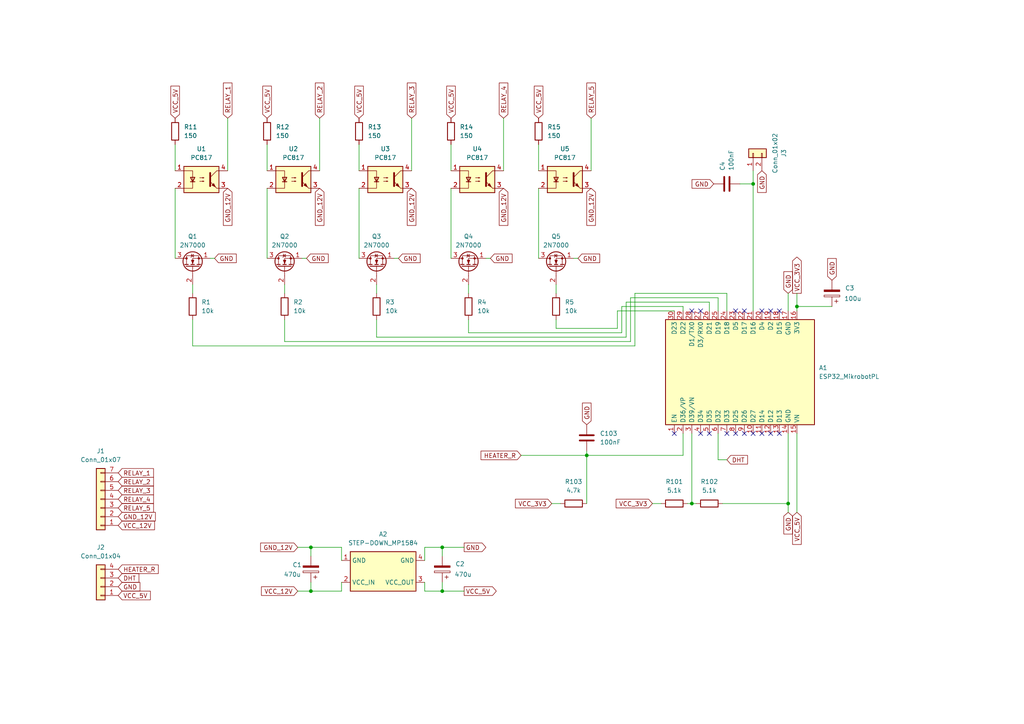
<source format=kicad_sch>
(kicad_sch (version 20250114) (generator "eeschema") (generator_version "9.0")
  (paper "A4")
  (lib_symbols
    (symbol "Connector_Generic:Conn_01x02" (pin_names (offset 1.016) (hide yes))
      (property "Reference" "J" (at 0 2.54 0))
      (property "Value" "Conn_01x02" (at 0 -5.08 0))
      (symbol "Conn_01x02_1_1"
        (rectangle (start -1.27 1.27) (end 1.27 -3.81) (stroke (width 0.254)) (fill (type background)))
        (rectangle (start -1.27 0.127) (end 0 -0.127) (stroke (width 0.1524)))
        (rectangle (start -1.27 -2.413) (end 0 -2.667) (stroke (width 0.1524)))
        (pin passive line (at -5.08 0 0) (length 3.81) (name "Pin_1") (number "1"))
        (pin passive line (at -5.08 -2.54 0) (length 3.81) (name "Pin_2") (number "2"))
      )
    )
    (symbol "Connector_Generic:Conn_01x04" (pin_names (offset 1.016) (hide yes))
      (property "Reference" "J" (at 0 5.08 0))
      (property "Value" "Conn_01x04" (at 0 -7.62 0))
      (symbol "Conn_01x04_1_1"
        (rectangle (start -1.27 3.81) (end 1.27 -6.35) (stroke (width 0.254)) (fill (type background)))
        (rectangle (start -1.27 2.667) (end 0 2.413) (stroke (width 0.1524)))
        (rectangle (start -1.27 0.127) (end 0 -0.127) (stroke (width 0.1524)))
        (rectangle (start -1.27 -2.413) (end 0 -2.667) (stroke (width 0.1524)))
        (rectangle (start -1.27 -4.953) (end 0 -5.207) (stroke (width 0.1524)))
        (pin passive line (at -5.08 2.54 0) (length 3.81) (name "Pin_1") (number "1"))
        (pin passive line (at -5.08 0 0) (length 3.81) (name "Pin_2") (number "2"))
        (pin passive line (at -5.08 -2.54 0) (length 3.81) (name "Pin_3") (number "3"))
        (pin passive line (at -5.08 -5.08 0) (length 3.81) (name "Pin_4") (number "4"))
      )
    )
    (symbol "Connector_Generic:Conn_01x07" (pin_names (offset 1.016) (hide yes))
      (property "Reference" "J1" (at 0 -13.97 0))
      (property "Value" "Conn_01x07" (at 0 -11.43 0))
      (symbol "Conn_01x07_1_1"
        (rectangle (start -1.27 8.89) (end 1.27 -8.89) (stroke (width 0.254)) (fill (type background)))
        (rectangle (start -1.27 7.747) (end 0 7.493) (stroke (width 0.1524)))
        (rectangle (start -1.27 5.207) (end 0 4.953) (stroke (width 0.1524)))
        (rectangle (start -1.27 2.667) (end 0 2.413) (stroke (width 0.1524)))
        (rectangle (start -1.27 0.127) (end 0 -0.127) (stroke (width 0.1524)))
        (rectangle (start -1.27 -2.413) (end 0 -2.667) (stroke (width 0.1524)))
        (rectangle (start -1.27 -4.953) (end 0 -5.207) (stroke (width 0.1524)))
        (rectangle (start -1.27 -7.493) (end 0 -7.747) (stroke (width 0.1524)))
        (pin power_out line (at -5.08 7.62 0) (length 3.81) (name "VCC_12V") (number "1"))
        (pin power_out line (at -5.08 5.08 0) (length 3.81) (name "GND_12V") (number "2"))
        (pin passive line (at -5.08 2.54 0) (length 3.81) (name "Pin_3") (number "3"))
        (pin passive line (at -5.08 0 0) (length 3.81) (name "Pin_4") (number "4"))
        (pin passive line (at -5.08 -2.54 0) (length 3.81) (name "Pin_5") (number "5"))
        (pin passive line (at -5.08 -5.08 0) (length 3.81) (name "Pin_6") (number "6"))
        (pin passive line (at -5.08 -7.62 0) (length 3.81) (name "Pin_7") (number "7"))
      )
    )
    (symbol "Custom_Knur:ESP32_MikrobotPL"
      (property "Reference" "A" (at -14.732 21.844 0))
      (property "Value" "ESP32_MikrobotPL" (at -14.986 -23.622 0))
      (symbol "ESP32_MikrobotPL_0_1"
        (rectangle (start -15.24 20.32) (end 15.24 -22.86) (stroke (width 0.254)) (fill (type background)))
      )
      (symbol "ESP32_MikrobotPL_1_1"
        (pin input line (at -17.78 17.78 0) (length 2.54) (name "EN") (number "1"))
        (pin input line (at -17.78 15.24 0) (length 2.54) (name "D36/VP") (number "2"))
        (pin input line (at -17.78 12.7 0) (length 2.54) (name "D39/VN") (number "3"))
        (pin input line (at -17.78 10.16 0) (length 2.54) (name "D34") (number "4"))
        (pin input line (at -17.78 7.62 0) (length 2.54) (name "D35") (number "5"))
        (pin bidirectional line (at -17.78 5.08 0) (length 2.54) (name "D32") (number "6"))
        (pin bidirectional line (at -17.78 2.54 0) (length 2.54) (name "D33") (number "7"))
        (pin bidirectional line (at -17.78 0 0) (length 2.54) (name "D25") (number "8"))
        (pin bidirectional line (at -17.78 -2.54 0) (length 2.54) (name "D26") (number "9"))
        (pin bidirectional line (at -17.78 -5.08 0) (length 2.54) (name "D27") (number "10"))
        (pin bidirectional line (at -17.78 -7.62 0) (length 2.54) (name "D14") (number "11"))
        (pin bidirectional line (at -17.78 -10.16 0) (length 2.54) (name "D12") (number "12"))
        (pin bidirectional line (at -17.78 -12.7 0) (length 2.54) (name "D13") (number "13"))
        (pin power_in line (at -17.78 -15.24 0) (length 2.54) (name "GND") (number "14"))
        (pin power_in line (at -17.78 -17.78 0) (length 2.54) (name "VN") (number "15"))
        (pin bidirectional line (at 17.78 17.78 180) (length 2.54) (name "D23") (number "30"))
        (pin bidirectional line (at 17.78 15.24 180) (length 2.54) (name "D22") (number "29"))
        (pin bidirectional line (at 17.78 12.7 180) (length 2.54) (name "D1/TX0") (number "28"))
        (pin bidirectional line (at 17.78 10.16 180) (length 2.54) (name "D3/RX0") (number "27"))
        (pin bidirectional line (at 17.78 7.62 180) (length 2.54) (name "D21") (number "26"))
        (pin bidirectional line (at 17.78 5.08 180) (length 2.54) (name "D19") (number "25"))
        (pin bidirectional line (at 17.78 2.54 180) (length 2.54) (name "D18") (number "24"))
        (pin bidirectional line (at 17.78 0 180) (length 2.54) (name "D5") (number "23"))
        (pin bidirectional line (at 17.78 -2.54 180) (length 2.54) (name "D17") (number "22"))
        (pin bidirectional line (at 17.78 -5.08 180) (length 2.54) (name "D16") (number "21"))
        (pin bidirectional line (at 17.78 -7.62 180) (length 2.54) (name "D4") (number "20"))
        (pin bidirectional line (at 17.78 -10.16 180) (length 2.54) (name "D2") (number "19"))
        (pin bidirectional line (at 17.78 -12.7 180) (length 2.54) (name "D15") (number "18"))
        (pin power_in line (at 17.78 -15.24 180) (length 2.54) (name "GND") (number "17"))
        (pin power_out line (at 17.78 -17.78 180) (length 2.54) (name "3V3") (number "16"))
      )
    )
    (symbol "Custom_Knur:STEP-DOWN_MP1584"
      (property "Reference" "A" (at 0.508 12.954 0))
      (property "Value" "STEP-DOWN_MP1584" (at -0.254 -1.27 0))
      (symbol "STEP-DOWN_MP1584_0_1"
        (rectangle (start 0 11.43) (end 19.05 0) (stroke (width 0.254)) (fill (type background)))
      )
      (symbol "STEP-DOWN_MP1584_1_1"
        (pin power_in line (at -2.54 8.89 0) (length 2.54) (name "GND") (number "1"))
        (pin power_in line (at -2.54 2.54 0) (length 2.54) (name "VCC_IN") (number "2"))
        (pin power_out line (at 21.59 8.89 180) (length 2.54) (name "GND") (number "4"))
        (pin power_out line (at 21.59 2.54 180) (length 2.54) (name "VCC_OUT") (number "3"))
      )
    )
    (symbol "Device:C" (pin_numbers (hide yes)) (pin_names (offset 0.254))
      (property "Reference" "C" (at 0.635 2.54 0))
      (property "Value" "C" (at 0.635 -2.54 0))
      (symbol "C_0_1"
        (polyline (pts (xy -2.032 0.762) (xy 2.032 0.762)) (stroke (width 0.508)))
        (polyline (pts (xy -2.032 -0.762) (xy 2.032 -0.762)) (stroke (width 0.508)))
      )
      (symbol "C_1_1"
        (pin passive line (at 0 3.81 270) (length 2.794) (name "~") (number "1"))
        (pin passive line (at 0 -3.81 90) (length 2.794) (name "~") (number "2"))
      )
    )
    (symbol "Device:C_Polarized" (pin_numbers (hide yes)) (pin_names (offset 0.254))
      (property "Reference" "C" (at 0.635 2.54 0))
      (property "Value" "C_Polarized" (at 0.635 -2.54 0))
      (symbol "C_Polarized_0_1"
        (rectangle (start -2.286 0.508) (end 2.286 1.016))
        (polyline (pts (xy -1.778 2.286) (xy -0.762 2.286)))
        (polyline (pts (xy -1.27 2.794) (xy -1.27 1.778)))
        (rectangle (start 2.286 -0.508) (end -2.286 -1.016) (fill (type outline)))
      )
      (symbol "C_Polarized_1_1"
        (pin passive line (at 0 3.81 270) (length 2.794) (name "~") (number "1"))
        (pin passive line (at 0 -3.81 90) (length 2.794) (name "~") (number "2"))
      )
    )
    (symbol "Device:R" (pin_numbers (hide yes)) (pin_names (offset 0))
      (property "Reference" "R" (at 2.032 0 90))
      (property "Value" "R" (at 0 0 90))
      (symbol "R_0_1"
        (rectangle (start -1.016 -2.54) (end 1.016 2.54) (stroke (width 0.254)))
      )
      (symbol "R_1_1"
        (pin passive line (at 0 3.81 270) (length 1.27) (name "~") (number "1"))
        (pin passive line (at 0 -3.81 90) (length 1.27) (name "~") (number "2"))
      )
    )
    (symbol "Isolator:PC817" (pin_names (offset 1.016))
      (property "Reference" "U" (at -5.08 5.08 0))
      (property "Value" "PC817" (at 0 5.08 0))
      (symbol "PC817_0_1"
        (rectangle (start -5.08 3.81) (end 5.08 -3.81) (stroke (width 0.254)) (fill (type background)))
        (polyline (pts (xy -5.08 2.54) (xy -2.54 2.54) (xy -2.54 -0.635)))
        (polyline (pts (xy -3.175 -0.635) (xy -1.905 -0.635)) (stroke (width 0.254)))
        (polyline (pts (xy -2.54 -0.635) (xy -2.54 -2.54) (xy -5.08 -2.54)))
        (polyline (pts (xy -2.54 -0.635) (xy -3.175 0.635) (xy -1.905 0.635) (xy -2.54 -0.635)) (stroke (width 0.254)))
        (polyline (pts (xy -0.508 0.508) (xy 0.762 0.508) (xy 0.381 0.381) (xy 0.381 0.635) (xy 0.762 0.508)))
        (polyline (pts (xy -0.508 -0.508) (xy 0.762 -0.508) (xy 0.381 -0.635) (xy 0.381 -0.381) (xy 0.762 -0.508)))
        (polyline (pts (xy 2.54 1.905) (xy 2.54 -1.905)) (stroke (width 0.508)))
        (polyline (pts (xy 2.54 0.635) (xy 4.445 2.54)))
        (polyline (pts (xy 3.048 -1.651) (xy 3.556 -1.143) (xy 4.064 -2.159) (xy 3.048 -1.651)) (fill (type outline)))
        (polyline (pts (xy 4.445 2.54) (xy 5.08 2.54)))
        (polyline (pts (xy 4.445 -2.54) (xy 2.54 -0.635)) (fill (type outline)))
        (polyline (pts (xy 4.445 -2.54) (xy 5.08 -2.54)))
      )
      (symbol "PC817_1_1"
        (pin passive line (at -7.62 2.54 0) (length 2.54) (name "~") (number "1"))
        (pin passive line (at -7.62 -2.54 0) (length 2.54) (name "~") (number "2"))
        (pin passive line (at 7.62 2.54 180) (length 2.54) (name "~") (number "4"))
        (pin passive line (at 7.62 -2.54 180) (length 2.54) (name "~") (number "3"))
      )
    )
    (symbol "Transistor_FET:2N7000" (pin_names (hide yes))
      (property "Reference" "Q" (at 5.08 1.905 0))
      (property "Value" "2N7000" (at 5.08 0 0))
      (symbol "2N7000_0_1"
        (polyline (pts (xy 0.254 1.905) (xy 0.254 -1.905)) (stroke (width 0.254)))
        (polyline (pts (xy 0.254 0) (xy -2.54 0)))
        (polyline (pts (xy 0.762 2.286) (xy 0.762 1.27)) (stroke (width 0.254)))
        (polyline (pts (xy 0.762 0.508) (xy 0.762 -0.508)) (stroke (width 0.254)))
        (polyline (pts (xy 0.762 -1.27) (xy 0.762 -2.286)) (stroke (width 0.254)))
        (polyline (pts (xy 0.762 -1.778) (xy 3.302 -1.778) (xy 3.302 1.778) (xy 0.762 1.778)))
        (polyline (pts (xy 1.016 0) (xy 2.032 0.381) (xy 2.032 -0.381) (xy 1.016 0)) (fill (type outline)))
        (circle (center 1.651 0) (radius 2.794) (stroke (width 0.254)))
        (polyline (pts (xy 2.54 2.54) (xy 2.54 1.778)))
        (circle (center 2.54 1.778) (radius 0.254) (fill (type outline)))
        (circle (center 2.54 -1.778) (radius 0.254) (fill (type outline)))
        (polyline (pts (xy 2.54 -2.54) (xy 2.54 0) (xy 0.762 0)))
        (polyline (pts (xy 2.794 0.508) (xy 2.921 0.381) (xy 3.683 0.381) (xy 3.81 0.254)))
        (polyline (pts (xy 3.302 0.381) (xy 2.921 -0.254) (xy 3.683 -0.254) (xy 3.302 0.381)))
      )
      (symbol "2N7000_1_1"
        (pin input line (at -5.08 0 0) (length 2.54) (name "G") (number "2"))
        (pin passive line (at 2.54 5.08 270) (length 2.54) (name "D") (number "3"))
        (pin passive line (at 2.54 -5.08 90) (length 2.54) (name "S") (number "1"))
      )
    )
  )
  (junction (at 218.44 53.34))
  (junction (at 90.17 171.45))
  (junction (at 231.14 88.9))
  (junction (at 90.17 158.75))
  (junction (at 170.18 132.08))
  (junction (at 200.66 146.05))
  (junction (at 128.27 158.75))
  (junction (at 228.6 146.05))
  (junction (at 128.27 171.45))
  (no_connect (at 215.9 90.17))
  (no_connect (at 220.98 125.73))
  (no_connect (at 203.2 90.17))
  (no_connect (at 226.06 90.17))
  (no_connect (at 220.98 90.17))
  (no_connect (at 215.9 125.73))
  (no_connect (at 200.66 90.17))
  (no_connect (at 203.2 125.73))
  (no_connect (at 226.06 125.73))
  (no_connect (at 205.74 125.73))
  (no_connect (at 218.44 125.73))
  (no_connect (at 223.52 90.17))
  (no_connect (at 210.82 125.73))
  (no_connect (at 213.36 90.17))
  (no_connect (at 195.58 125.73))
  (no_connect (at 213.36 125.73))
  (no_connect (at 223.52 125.73))
  (wire (pts (xy 161.29 92.71) (xy 161.29 95.25)))
  (wire (pts (xy 214.63 53.34) (xy 218.44 53.34)))
  (wire (pts (xy 130.81 54.61) (xy 130.81 74.93)))
  (wire (pts (xy 90.17 158.75) (xy 99.06 158.75)))
  (wire (pts (xy 181.61 87.63) (xy 205.74 87.63)))
  (wire (pts (xy 228.6 125.73) (xy 228.6 146.05)))
  (wire (pts (xy 182.88 86.36) (xy 182.88 99.06)))
  (wire (pts (xy 50.8 41.91) (xy 50.8 49.53)))
  (wire (pts (xy 66.04 34.29) (xy 66.04 49.53)))
  (wire (pts (xy 135.89 82.55) (xy 135.89 85.09)))
  (wire (pts (xy 86.36 158.75) (xy 90.17 158.75)))
  (wire (pts (xy 161.29 82.55) (xy 161.29 85.09)))
  (wire (pts (xy 135.89 92.71) (xy 135.89 96.52)))
  (wire (pts (xy 170.18 130.81) (xy 170.18 132.08)))
  (wire (pts (xy 182.88 99.06) (xy 82.55 99.06)))
  (wire (pts (xy 119.38 34.29) (xy 119.38 49.53)))
  (wire (pts (xy 160.02 146.05) (xy 162.56 146.05)))
  (wire (pts (xy 210.82 90.17) (xy 210.82 85.09)))
  (wire (pts (xy 231.14 85.09) (xy 231.14 88.9)))
  (wire (pts (xy 146.05 34.29) (xy 146.05 49.53)))
  (wire (pts (xy 123.19 158.75) (xy 123.19 162.56)))
  (wire (pts (xy 208.28 125.73) (xy 208.28 133.35)))
  (wire (pts (xy 50.8 54.61) (xy 50.8 74.93)))
  (wire (pts (xy 77.47 54.61) (xy 77.47 74.93)))
  (wire (pts (xy 90.17 171.45) (xy 99.06 171.45)))
  (wire (pts (xy 170.18 146.05) (xy 170.18 132.08)))
  (wire (pts (xy 184.15 85.09) (xy 184.15 100.33)))
  (wire (pts (xy 128.27 158.75) (xy 134.62 158.75)))
  (wire (pts (xy 181.61 97.79) (xy 109.22 97.79)))
  (wire (pts (xy 109.22 82.55) (xy 109.22 85.09)))
  (wire (pts (xy 90.17 158.75) (xy 90.17 161.29)))
  (wire (pts (xy 99.06 171.45) (xy 99.06 168.91)))
  (wire (pts (xy 82.55 92.71) (xy 82.55 99.06)))
  (wire (pts (xy 90.17 168.91) (xy 90.17 171.45)))
  (wire (pts (xy 182.88 86.36) (xy 208.28 86.36)))
  (wire (pts (xy 140.97 74.93) (xy 142.24 74.93)))
  (wire (pts (xy 99.06 158.75) (xy 99.06 162.56)))
  (wire (pts (xy 180.34 96.52) (xy 135.89 96.52)))
  (wire (pts (xy 166.37 74.93) (xy 167.64 74.93)))
  (wire (pts (xy 104.14 54.61) (xy 104.14 74.93)))
  (wire (pts (xy 209.55 146.05) (xy 228.6 146.05)))
  (wire (pts (xy 198.12 125.73) (xy 198.12 132.08)))
  (wire (pts (xy 170.18 132.08) (xy 198.12 132.08)))
  (wire (pts (xy 189.23 146.05) (xy 191.77 146.05)))
  (wire (pts (xy 60.96 74.93) (xy 62.23 74.93)))
  (wire (pts (xy 205.74 90.17) (xy 205.74 87.63)))
  (wire (pts (xy 171.45 34.29) (xy 171.45 49.53)))
  (wire (pts (xy 130.81 41.91) (xy 130.81 49.53)))
  (wire (pts (xy 77.47 41.91) (xy 77.47 49.53)))
  (wire (pts (xy 184.15 100.33) (xy 55.88 100.33)))
  (wire (pts (xy 82.55 82.55) (xy 82.55 85.09)))
  (wire (pts (xy 87.63 74.93) (xy 88.9 74.93)))
  (wire (pts (xy 156.21 54.61) (xy 156.21 74.93)))
  (wire (pts (xy 210.82 85.09) (xy 184.15 85.09)))
  (wire (pts (xy 228.6 85.09) (xy 228.6 90.17)))
  (wire (pts (xy 92.71 34.29) (xy 92.71 49.53)))
  (wire (pts (xy 128.27 171.45) (xy 134.62 171.45)))
  (wire (pts (xy 128.27 168.91) (xy 128.27 171.45)))
  (wire (pts (xy 123.19 171.45) (xy 123.19 168.91)))
  (wire (pts (xy 179.07 90.17) (xy 195.58 90.17)))
  (wire (pts (xy 218.44 53.34) (xy 218.44 49.53)))
  (wire (pts (xy 123.19 171.45) (xy 128.27 171.45)))
  (wire (pts (xy 198.12 88.9) (xy 198.12 90.17)))
  (wire (pts (xy 86.36 171.45) (xy 90.17 171.45)))
  (wire (pts (xy 151.13 132.08) (xy 170.18 132.08)))
  (wire (pts (xy 179.07 90.17) (xy 179.07 95.25)))
  (wire (pts (xy 199.39 146.05) (xy 200.66 146.05)))
  (wire (pts (xy 123.19 158.75) (xy 128.27 158.75)))
  (wire (pts (xy 231.14 88.9) (xy 241.3 88.9)))
  (wire (pts (xy 200.66 146.05) (xy 201.93 146.05)))
  (wire (pts (xy 218.44 53.34) (xy 218.44 90.17)))
  (wire (pts (xy 128.27 158.75) (xy 128.27 161.29)))
  (wire (pts (xy 104.14 41.91) (xy 104.14 49.53)))
  (wire (pts (xy 55.88 82.55) (xy 55.88 85.09)))
  (wire (pts (xy 208.28 90.17) (xy 208.28 86.36)))
  (wire (pts (xy 200.66 125.73) (xy 200.66 146.05)))
  (wire (pts (xy 181.61 87.63) (xy 181.61 97.79)))
  (wire (pts (xy 180.34 88.9) (xy 180.34 96.52)))
  (wire (pts (xy 210.82 133.35) (xy 208.28 133.35)))
  (wire (pts (xy 156.21 41.91) (xy 156.21 49.53)))
  (wire (pts (xy 179.07 95.25) (xy 161.29 95.25)))
  (wire (pts (xy 114.3 74.93) (xy 115.57 74.93)))
  (wire (pts (xy 109.22 92.71) (xy 109.22 97.79)))
  (wire (pts (xy 198.12 88.9) (xy 180.34 88.9)))
  (wire (pts (xy 231.14 88.9) (xy 231.14 90.17)))
  (wire (pts (xy 55.88 92.71) (xy 55.88 100.33)))
  (wire (pts (xy 231.14 125.73) (xy 231.14 148.59)))
  (wire (pts (xy 228.6 146.05) (xy 228.6 148.59)))
  (global_label "GND" (shape input) (at 167.64 74.93 0) (property "Intersheetrefs" "${INTERSHEET_REFS}" (effects (hide yes))))
  (global_label "GND_12V" (shape input) (at 92.71 54.61 270) (property "Intersheetrefs" "${INTERSHEET_REFS}" (effects (hide yes))))
  (global_label "RELAY_2" (shape input) (at 92.71 34.29 90) (property "Intersheetrefs" "${INTERSHEET_REFS}" (effects (hide yes))))
  (global_label "GND" (shape output) (at 134.62 158.75 0) (property "Intersheetrefs" "${INTERSHEET_REFS}" (effects (hide yes))))
  (global_label "VCC_3V3" (shape input) (at 160.02 146.05 180) (property "Intersheetrefs" "${INTERSHEET_REFS}" (effects (hide yes))))
  (global_label "GND_12V" (shape input) (at 34.29 149.86 0) (property "Intersheetrefs" "${INTERSHEET_REFS}" (effects (hide yes))))
  (global_label "RELAY_3" (shape input) (at 119.38 34.29 90) (property "Intersheetrefs" "${INTERSHEET_REFS}" (effects (hide yes))))
  (global_label "VCC_5V" (shape input) (at 231.14 148.59 270) (property "Intersheetrefs" "${INTERSHEET_REFS}" (effects (hide yes))))
  (global_label "GND_12V" (shape input) (at 146.05 54.61 270) (property "Intersheetrefs" "${INTERSHEET_REFS}" (effects (hide yes))))
  (global_label "GND_12V" (shape input) (at 86.36 158.75 180) (property "Intersheetrefs" "${INTERSHEET_REFS}" (effects (hide yes))))
  (global_label "GND" (shape input) (at 88.9 74.93 0) (property "Intersheetrefs" "${INTERSHEET_REFS}" (effects (hide yes))))
  (global_label "GND" (shape input) (at 228.6 85.09 90) (property "Intersheetrefs" "${INTERSHEET_REFS}" (effects (hide yes))))
  (global_label "VCC_5V" (shape output) (at 134.62 171.45 0) (property "Intersheetrefs" "${INTERSHEET_REFS}" (effects (hide yes))))
  (global_label "GND" (shape input) (at 142.24 74.93 0) (property "Intersheetrefs" "${INTERSHEET_REFS}" (effects (hide yes))))
  (global_label "DHT" (shape input) (at 210.82 133.35 0) (property "Intersheetrefs" "${INTERSHEET_REFS}" (effects (hide yes))))
  (global_label "VCC_5V" (shape input) (at 156.21 34.29 90) (property "Intersheetrefs" "${INTERSHEET_REFS}" (effects (hide yes))))
  (global_label "GND" (shape input) (at 34.29 170.18 0) (property "Intersheetrefs" "${INTERSHEET_REFS}" (effects (hide yes))))
  (global_label "GND_12V" (shape input) (at 119.38 54.61 270) (property "Intersheetrefs" "${INTERSHEET_REFS}" (effects (hide yes))))
  (global_label "GND" (shape input) (at 228.6 148.59 270) (property "Intersheetrefs" "${INTERSHEET_REFS}" (effects (hide yes))))
  (global_label "RELAY_3" (shape input) (at 34.29 142.24 0) (property "Intersheetrefs" "${INTERSHEET_REFS}" (effects (hide yes))))
  (global_label "RELAY_1" (shape input) (at 66.04 34.29 90) (property "Intersheetrefs" "${INTERSHEET_REFS}" (effects (hide yes))))
  (global_label "VCC_5V" (shape input) (at 50.8 34.29 90) (property "Intersheetrefs" "${INTERSHEET_REFS}" (effects (hide yes))))
  (global_label "GND" (shape input) (at 241.3 81.28 90) (property "Intersheetrefs" "${INTERSHEET_REFS}" (effects (hide yes))))
  (global_label "GND" (shape input) (at 62.23 74.93 0) (property "Intersheetrefs" "${INTERSHEET_REFS}" (effects (hide yes))))
  (global_label "RELAY_1" (shape input) (at 34.29 137.16 0) (property "Intersheetrefs" "${INTERSHEET_REFS}" (effects (hide yes))))
  (global_label "GND_12V" (shape input) (at 66.04 54.61 270) (property "Intersheetrefs" "${INTERSHEET_REFS}" (effects (hide yes))))
  (global_label "VCC_5V" (shape input) (at 130.81 34.29 90) (property "Intersheetrefs" "${INTERSHEET_REFS}" (effects (hide yes))))
  (global_label "VCC_5V" (shape input) (at 77.47 34.29 90) (property "Intersheetrefs" "${INTERSHEET_REFS}" (effects (hide yes))))
  (global_label "GND_12V" (shape input) (at 171.45 54.61 270) (property "Intersheetrefs" "${INTERSHEET_REFS}" (effects (hide yes))))
  (global_label "VCC_3V3" (shape output) (at 231.14 85.09 90) (property "Intersheetrefs" "${INTERSHEET_REFS}" (effects (hide yes))))
  (global_label "GND" (shape input) (at 115.57 74.93 0) (property "Intersheetrefs" "${INTERSHEET_REFS}" (effects (hide yes))))
  (global_label "RELAY_5" (shape input) (at 171.45 34.29 90) (property "Intersheetrefs" "${INTERSHEET_REFS}" (effects (hide yes))))
  (global_label "GND" (shape input) (at 207.01 53.34 180) (property "Intersheetrefs" "${INTERSHEET_REFS}" (effects (hide yes))))
  (global_label "VCC_12V" (shape input) (at 86.36 171.45 180) (property "Intersheetrefs" "${INTERSHEET_REFS}" (effects (hide yes))))
  (global_label "DHT" (shape input) (at 34.29 167.64 0) (property "Intersheetrefs" "${INTERSHEET_REFS}" (effects (hide yes))))
  (global_label "VCC_12V" (shape input) (at 34.29 152.4 0) (property "Intersheetrefs" "${INTERSHEET_REFS}" (effects (hide yes))))
  (global_label "RELAY_5" (shape input) (at 34.29 147.32 0) (property "Intersheetrefs" "${INTERSHEET_REFS}" (effects (hide yes))))
  (global_label "RELAY_2" (shape input) (at 34.29 139.7 0) (property "Intersheetrefs" "${INTERSHEET_REFS}" (effects (hide yes))))
  (global_label "RELAY_4" (shape input) (at 146.05 34.29 90) (property "Intersheetrefs" "${INTERSHEET_REFS}" (effects (hide yes))))
  (global_label "VCC_5V" (shape input) (at 34.29 172.72 0) (property "Intersheetrefs" "${INTERSHEET_REFS}" (effects (hide yes))))
  (global_label "RELAY_4" (shape input) (at 34.29 144.78 0) (property "Intersheetrefs" "${INTERSHEET_REFS}" (effects (hide yes))))
  (global_label "GND" (shape input) (at 220.98 49.53 270) (property "Intersheetrefs" "${INTERSHEET_REFS}" (effects (hide yes))))
  (global_label "GND" (shape input) (at 170.18 123.19 90) (property "Intersheetrefs" "${INTERSHEET_REFS}" (effects (hide yes))))
  (global_label "VCC_5V" (shape input) (at 104.14 34.29 90) (property "Intersheetrefs" "${INTERSHEET_REFS}" (effects (hide yes))))
  (global_label "HEATER_R" (shape input) (at 151.13 132.08 180) (property "Intersheetrefs" "${INTERSHEET_REFS}" (effects (hide yes))))
  (global_label "VCC_3V3" (shape input) (at 189.23 146.05 180) (property "Intersheetrefs" "${INTERSHEET_REFS}" (effects (hide yes))))
  (global_label "HEATER_R" (shape input) (at 34.29 165.1 0) (property "Intersheetrefs" "${INTERSHEET_REFS}" (effects (hide yes))))
  (symbol (lib_id "Device:C_Polarized") (at 90.17 165.1 180) (unit 1)
    (property "Reference" "C1" (at 84.836 163.83 0) (effects (justify right)))
    (property "Value" "470u" (at 82.296 166.624 0) (effects (justify right)))
    (property "Footprint" "Capacitor_THT:CP_Radial_D5.0mm_P2.50mm" (effects (hide yes)))
    (property "Description" "Polarized capacitor" (effects (hide yes)))
  )
  (symbol (lib_id "Connector_Generic:Conn_01x04") (at 29.21 170.18 180) (unit 1)
    (property "Reference" "J2" (at 29.21 158.75 0))
    (property "Value" "Conn_01x04" (at 29.21 161.29 0))
    (property "Footprint" "Connector_PinHeader_2.54mm:PinHeader_1x04_P2.54mm_Vertical" (effects (hide yes)))
    (property "Description" "Generic connector, single row, 01x04, script generated (kicad-library-utils/schlib/autogen/connector/)" (effects (hide yes)))
  )
  (symbol (lib_id "Transistor_FET:2N7000") (at 161.29 77.47 90) (unit 1)
    (property "Reference" "Q5" (at 161.29 68.58 90))
    (property "Value" "2N7000" (at 161.29 71.12 90))
    (property "Footprint" "Package_TO_SOT_THT:TO-92_Inline_Wide" (effects (hide yes)))
    (property "Datasheet" "https://www.vishay.com/docs/70226/70226.pdf" (effects (hide yes)))
    (property "Description" "0.2A Id, 200V Vds, N-Channel MOSFET, 2.6V Logic Level, TO-92" (effects (hide yes)))
  )
  (symbol (lib_id "Connector_Generic:Conn_01x02") (at 218.44 44.45 90) (unit 1)
    (property "Reference" "J3" (at 227.33 44.45 0))
    (property "Value" "Conn_01x02" (at 224.79 44.45 0))
    (property "Footprint" "Connector_PinHeader_2.54mm:PinHeader_1x02_P2.54mm_Vertical" (effects (hide yes)))
    (property "Description" "Generic connector, single row, 01x02, script generated (kicad-library-utils/schlib/autogen/connector/)" (effects (hide yes)))
  )
  (symbol (lib_id "Device:R") (at 82.55 88.9 0) (unit 1)
    (property "Reference" "R2" (at 85.09 87.6299 0) (effects (justify left)))
    (property "Value" "10k" (at 85.09 90.1699 0) (effects (justify left)))
    (property "Footprint" "Resistor_THT:R_Axial_DIN0207_L6.3mm_D2.5mm_P7.62mm_Horizontal" (effects (hide yes)))
    (property "Description" "Resistor" (effects (hide yes)))
  )
  (symbol (lib_id "Device:C") (at 210.82 53.34 90) (unit 1)
    (property "Reference" "C4" (at 209.5499 49.53 0) (effects (justify left)))
    (property "Value" "100nF" (at 212.0899 49.53 0) (effects (justify left)))
    (property "Footprint" "Capacitor_THT:C_Disc_D5.0mm_W2.5mm_P2.50mm" (effects (hide yes)))
    (property "Description" "Unpolarized capacitor" (effects (hide yes)))
  )
  (symbol (lib_id "Device:R") (at 104.14 38.1 0) (unit 1)
    (property "Reference" "R13" (at 106.68 36.8299 0) (effects (justify left)))
    (property "Value" "150" (at 106.68 39.3699 0) (effects (justify left)))
    (property "Footprint" "Resistor_THT:R_Axial_DIN0309_L9.0mm_D3.2mm_P2.54mm_Vertical" (effects (hide yes)))
    (property "Description" "Resistor" (effects (hide yes)))
  )
  (symbol (lib_id "Device:R") (at 55.88 88.9 0) (unit 1)
    (property "Reference" "R1" (at 58.42 87.6299 0) (effects (justify left)))
    (property "Value" "10k" (at 58.42 90.1699 0) (effects (justify left)))
    (property "Footprint" "Resistor_THT:R_Axial_DIN0207_L6.3mm_D2.5mm_P7.62mm_Horizontal" (effects (hide yes)))
    (property "Description" "Resistor" (effects (hide yes)))
  )
  (symbol (lib_id "Device:R") (at 130.81 38.1 0) (unit 1)
    (property "Reference" "R14" (at 133.35 36.8299 0) (effects (justify left)))
    (property "Value" "150" (at 133.35 39.3699 0) (effects (justify left)))
    (property "Footprint" "Resistor_THT:R_Axial_DIN0309_L9.0mm_D3.2mm_P2.54mm_Vertical" (effects (hide yes)))
    (property "Description" "Resistor" (effects (hide yes)))
  )
  (symbol (lib_id "Transistor_FET:2N7000") (at 135.89 77.47 90) (unit 1)
    (property "Reference" "Q4" (at 135.89 68.58 90))
    (property "Value" "2N7000" (at 135.89 71.12 90))
    (property "Footprint" "Package_TO_SOT_THT:TO-92_Inline_Wide" (effects (hide yes)))
    (property "Datasheet" "https://www.vishay.com/docs/70226/70226.pdf" (effects (hide yes)))
    (property "Description" "0.2A Id, 200V Vds, N-Channel MOSFET, 2.6V Logic Level, TO-92" (effects (hide yes)))
  )
  (symbol (lib_id "Device:R") (at 161.29 88.9 0) (unit 1)
    (property "Reference" "R5" (at 163.83 87.6299 0) (effects (justify left)))
    (property "Value" "10k" (at 163.83 90.1699 0) (effects (justify left)))
    (property "Footprint" "Resistor_THT:R_Axial_DIN0207_L6.3mm_D2.5mm_P7.62mm_Horizontal" (effects (hide yes)))
    (property "Description" "Resistor" (effects (hide yes)))
  )
  (symbol (lib_id "Custom_Knur:STEP-DOWN_MP1584") (at 101.6 171.45 0) (unit 1)
    (property "Reference" "A2" (at 111.125 154.94 0))
    (property "Value" "STEP-DOWN_MP1584" (at 111.125 157.48 0))
    (property "Footprint" "Custom_Knur:STEP-DOWN_MP1584" (effects (hide yes)))
    (property "Datasheet" "https://mikrobot.pl/przetwornica-step-down-lm2596-dc-dc-mini-3a-mp1584" (effects (hide yes)))
    (property "Description" "Step-Down DC-DC inverter, adjustable output 0.8-18V" (effects (hide yes)))
  )
  (symbol (lib_id "Device:R") (at 109.22 88.9 0) (unit 1)
    (property "Reference" "R3" (at 111.76 87.6299 0) (effects (justify left)))
    (property "Value" "10k" (at 111.76 90.1699 0) (effects (justify left)))
    (property "Footprint" "Resistor_THT:R_Axial_DIN0207_L6.3mm_D2.5mm_P7.62mm_Horizontal" (effects (hide yes)))
    (property "Description" "Resistor" (effects (hide yes)))
  )
  (symbol (lib_id "Isolator:PC817") (at 85.09 52.07 0) (unit 1)
    (property "Reference" "U2" (at 85.09 43.18 0))
    (property "Value" "PC817" (at 85.09 45.72 0))
    (property "Footprint" "Package_DIP:DIP-4_W7.62mm" (effects (hide yes)))
    (property "Datasheet" "http://www.soselectronic.cz/a_info/resource/d/pc817.pdf" (effects (hide yes)))
    (property "Description" "DC Optocoupler, Vce 35V, CTR 50-300%, DIP-4" (effects (hide yes)))
  )
  (symbol (lib_id "Device:R") (at 77.47 38.1 0) (unit 1)
    (property "Reference" "R12" (at 80.01 36.8299 0) (effects (justify left)))
    (property "Value" "150" (at 80.01 39.3699 0) (effects (justify left)))
    (property "Footprint" "Resistor_THT:R_Axial_DIN0309_L9.0mm_D3.2mm_P2.54mm_Vertical" (effects (hide yes)))
    (property "Description" "Resistor" (effects (hide yes)))
  )
  (symbol (lib_id "Isolator:PC817") (at 138.43 52.07 0) (unit 1)
    (property "Reference" "U4" (at 138.43 43.18 0))
    (property "Value" "PC817" (at 138.43 45.72 0))
    (property "Footprint" "Package_DIP:DIP-4_W7.62mm" (effects (hide yes)))
    (property "Datasheet" "http://www.soselectronic.cz/a_info/resource/d/pc817.pdf" (effects (hide yes)))
    (property "Description" "DC Optocoupler, Vce 35V, CTR 50-300%, DIP-4" (effects (hide yes)))
  )
  (symbol (lib_id "Device:R") (at 135.89 88.9 0) (unit 1)
    (property "Reference" "R4" (at 138.43 87.6299 0) (effects (justify left)))
    (property "Value" "10k" (at 138.43 90.1699 0) (effects (justify left)))
    (property "Footprint" "Resistor_THT:R_Axial_DIN0207_L6.3mm_D2.5mm_P7.62mm_Horizontal" (effects (hide yes)))
    (property "Description" "Resistor" (effects (hide yes)))
  )
  (symbol (lib_id "Device:R") (at 205.74 146.05 90) (unit 1)
    (property "Reference" "R102" (at 205.74 139.7 90))
    (property "Value" "5.1k" (at 205.74 142.24 90))
    (property "Footprint" "Resistor_THT:R_Axial_DIN0207_L6.3mm_D2.5mm_P7.62mm_Horizontal" (effects (hide yes)))
    (property "Description" "Resistor" (effects (hide yes)))
  )
  (symbol (lib_id "Transistor_FET:2N7000") (at 55.88 77.47 90) (unit 1)
    (property "Reference" "Q1" (at 55.88 68.58 90))
    (property "Value" "2N7000" (at 55.88 71.12 90))
    (property "Footprint" "Package_TO_SOT_THT:TO-92_Inline_Wide" (effects (hide yes)))
    (property "Datasheet" "https://www.vishay.com/docs/70226/70226.pdf" (effects (hide yes)))
    (property "Description" "0.2A Id, 200V Vds, N-Channel MOSFET, 2.6V Logic Level, TO-92" (effects (hide yes)))
  )
  (symbol (lib_id "Isolator:PC817") (at 111.76 52.07 0) (unit 1)
    (property "Reference" "U3" (at 111.76 43.18 0))
    (property "Value" "PC817" (at 111.76 45.72 0))
    (property "Footprint" "Package_DIP:DIP-4_W7.62mm" (effects (hide yes)))
    (property "Datasheet" "http://www.soselectronic.cz/a_info/resource/d/pc817.pdf" (effects (hide yes)))
    (property "Description" "DC Optocoupler, Vce 35V, CTR 50-300%, DIP-4" (effects (hide yes)))
  )
  (symbol (lib_id "Device:R") (at 195.58 146.05 90) (unit 1)
    (property "Reference" "R101" (at 195.58 139.7 90))
    (property "Value" "5.1k" (at 195.58 142.24 90))
    (property "Footprint" "Resistor_THT:R_Axial_DIN0207_L6.3mm_D2.5mm_P7.62mm_Horizontal" (effects (hide yes)))
    (property "Description" "Resistor" (effects (hide yes)))
  )
  (symbol (lib_id "Device:R") (at 156.21 38.1 0) (unit 1)
    (property "Reference" "R15" (at 158.75 36.8299 0) (effects (justify left)))
    (property "Value" "150" (at 158.75 39.3699 0) (effects (justify left)))
    (property "Footprint" "Resistor_THT:R_Axial_DIN0309_L9.0mm_D3.2mm_P2.54mm_Vertical" (effects (hide yes)))
    (property "Description" "Resistor" (effects (hide yes)))
  )
  (symbol (lib_id "Device:R") (at 50.8 38.1 0) (unit 1)
    (property "Reference" "R11" (at 53.34 36.8299 0) (effects (justify left)))
    (property "Value" "150" (at 53.34 39.3699 0) (effects (justify left)))
    (property "Footprint" "Resistor_THT:R_Axial_DIN0309_L9.0mm_D3.2mm_P2.54mm_Vertical" (effects (hide yes)))
    (property "Description" "Resistor" (effects (hide yes)))
  )
  (symbol (lib_id "Device:R") (at 166.37 146.05 90) (unit 1)
    (property "Reference" "R103" (at 166.37 139.7 90))
    (property "Value" "4.7k" (at 166.37 142.24 90))
    (property "Footprint" "Resistor_THT:R_Axial_DIN0207_L6.3mm_D2.5mm_P7.62mm_Horizontal" (effects (hide yes)))
    (property "Description" "Resistor" (effects (hide yes)))
  )
  (symbol (lib_id "Device:C") (at 170.18 127 0) (unit 1)
    (property "Reference" "C103" (at 173.99 125.7299 0) (effects (justify left)))
    (property "Value" "100nF" (at 173.99 128.2699 0) (effects (justify left)))
    (property "Footprint" "Capacitor_THT:C_Disc_D5.0mm_W2.5mm_P2.50mm" (effects (hide yes)))
    (property "Description" "Unpolarized capacitor" (effects (hide yes)))
  )
  (symbol (lib_id "Isolator:PC817") (at 58.42 52.07 0) (unit 1)
    (property "Reference" "U1" (at 58.42 43.18 0))
    (property "Value" "PC817" (at 58.42 45.72 0))
    (property "Footprint" "Package_DIP:DIP-4_W7.62mm" (effects (hide yes)))
    (property "Datasheet" "http://www.soselectronic.cz/a_info/resource/d/pc817.pdf" (effects (hide yes)))
    (property "Description" "DC Optocoupler, Vce 35V, CTR 50-300%, DIP-4" (effects (hide yes)))
  )
  (symbol (lib_id "Connector_Generic:Conn_01x07") (at 29.21 144.78 180) (unit 1)
    (property "Reference" "J1" (at 29.21 130.81 0))
    (property "Value" "Conn_01x07" (at 29.21 133.35 0))
    (property "Footprint" "Connector_PinHeader_2.54mm:PinHeader_1x07_P2.54mm_Vertical" (effects (hide yes)))
    (property "Description" "Generic connector, single row, 01x07, script generated (kicad-library-utils/schlib/autogen/connector/)" (effects (hide yes)))
  )
  (symbol (lib_id "Transistor_FET:2N7000") (at 82.55 77.47 90) (unit 1)
    (property "Reference" "Q2" (at 82.55 68.58 90))
    (property "Value" "2N7000" (at 82.55 71.12 90))
    (property "Footprint" "Package_TO_SOT_THT:TO-92_Inline_Wide" (effects (hide yes)))
    (property "Datasheet" "https://www.vishay.com/docs/70226/70226.pdf" (effects (hide yes)))
    (property "Description" "0.2A Id, 200V Vds, N-Channel MOSFET, 2.6V Logic Level, TO-92" (effects (hide yes)))
  )
  (symbol (lib_id "Custom_Knur:ESP32_MikrobotPL") (at 213.36 107.95 90) (unit 1)
    (property "Reference" "A1" (at 237.49 106.6799 90) (effects (justify right)))
    (property "Value" "ESP32_MikrobotPL" (at 237.49 109.2199 90) (effects (justify right)))
    (property "Footprint" "Custom_Knur:ESP32_MikrobotPL" (effects (hide yes)))
    (property "Datasheet" "https://mikrobot.pl/mikrokontroler-esp-wroom-32-usb-c-ch340-wifi-bt" (effects (hide yes)))
    (property "Description" "ESP32-S3 Dev Kit board" (effects (hide yes)))
  )
  (symbol (lib_id "Device:C_Polarized") (at 128.27 165.1 180) (unit 1)
    (property "Reference" "C2" (at 132.08 163.576 0) (effects (justify right)))
    (property "Value" "470u" (at 131.826 166.624 0) (effects (justify right)))
    (property "Footprint" "Capacitor_THT:CP_Radial_D5.0mm_P2.50mm" (effects (hide yes)))
    (property "Description" "Polarized capacitor" (effects (hide yes)))
  )
  (symbol (lib_id "Transistor_FET:2N7000") (at 109.22 77.47 90) (unit 1)
    (property "Reference" "Q3" (at 109.22 68.58 90))
    (property "Value" "2N7000" (at 109.22 71.12 90))
    (property "Footprint" "Package_TO_SOT_THT:TO-92_Inline_Wide" (effects (hide yes)))
    (property "Datasheet" "https://www.vishay.com/docs/70226/70226.pdf" (effects (hide yes)))
    (property "Description" "0.2A Id, 200V Vds, N-Channel MOSFET, 2.6V Logic Level, TO-92" (effects (hide yes)))
  )
  (symbol (lib_id "Isolator:PC817") (at 163.83 52.07 0) (unit 1)
    (property "Reference" "U5" (at 163.83 43.18 0))
    (property "Value" "PC817" (at 163.83 45.72 0))
    (property "Footprint" "Package_DIP:DIP-4_W7.62mm" (effects (hide yes)))
    (property "Datasheet" "http://www.soselectronic.cz/a_info/resource/d/pc817.pdf" (effects (hide yes)))
    (property "Description" "DC Optocoupler, Vce 35V, CTR 50-300%, DIP-4" (effects (hide yes)))
  )
  (symbol (lib_id "Device:C_Polarized") (at 241.3 85.09 180) (unit 1)
    (property "Reference" "C3" (at 245.11 83.566 0) (effects (justify right)))
    (property "Value" "100u" (at 244.856 86.614 0) (effects (justify right)))
    (property "Footprint" "Capacitor_THT:CP_Radial_D5.0mm_P2.50mm" (effects (hide yes)))
    (property "Description" "Polarized capacitor" (effects (hide yes)))
  )
)
</source>
